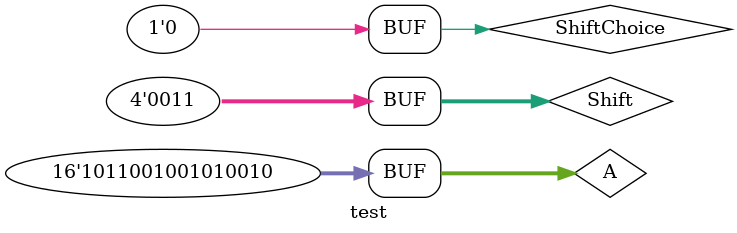
<source format=v>
`include "UniversalBarrelShifter.v"

module test;

reg ShiftChoice;
reg [4:1] Shift;
reg [16:1] A;

wire [16:1] out;

UniversalBarrelShifter ubs (A, Shift, ShiftChoice, out);

initial begin
    $monitor($time, ": A: %b (%d), Shift: %b (%d), out: %b (%d)", 
    A, A, Shift, Shift, out, out
    );
end

initial begin
    ShiftChoice = 1'b0;
    Shift = 4'b0011;
    A = 16'b1011001001010010; 
end

endmodule
</source>
